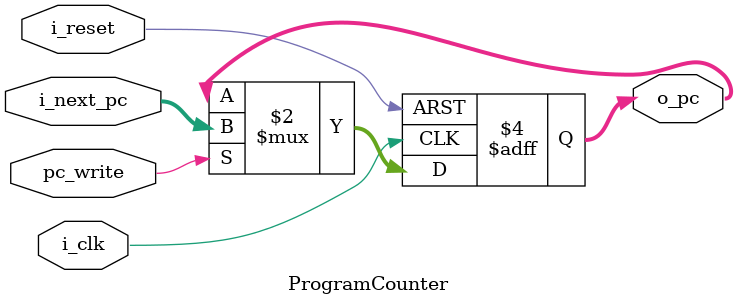
<source format=v>
`timescale 1ns / 1ps

module ProgramCounter (
    input wire i_clk,           // Señal de reloj
    input wire i_reset,         // Señal de i_reset
    input wire [31:0] i_next_pc,  // Nueva dirección para el PC
    input wire pc_write,      // Habilitación para actualizar el PC
    output reg [31:0] o_pc  // Valor actual del PC
);

    always @(posedge i_clk or posedge i_reset) begin
        if (i_reset) begin
            o_pc <= 32'b0;  // Reinicia el PC a 0
        end else if (pc_write) begin
            o_pc <= i_next_pc;  // Actualiza el PC con la nueva dirección
        end
        // Si pc_write es 0, mantiene el valor actual
    end

endmodule

</source>
